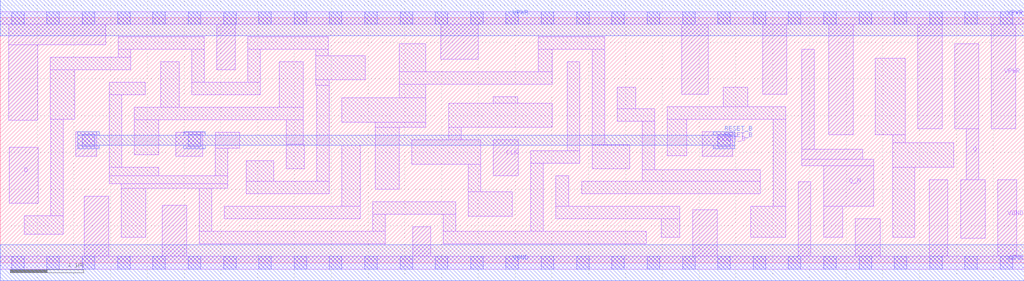
<source format=lef>
# Copyright 2020 The SkyWater PDK Authors
#
# Licensed under the Apache License, Version 2.0 (the "License");
# you may not use this file except in compliance with the License.
# You may obtain a copy of the License at
#
#     https://www.apache.org/licenses/LICENSE-2.0
#
# Unless required by applicable law or agreed to in writing, software
# distributed under the License is distributed on an "AS IS" BASIS,
# WITHOUT WARRANTIES OR CONDITIONS OF ANY KIND, either express or implied.
# See the License for the specific language governing permissions and
# limitations under the License.
#
# SPDX-License-Identifier: Apache-2.0

VERSION 5.7 ;
  NAMESCASESENSITIVE ON ;
  NOWIREEXTENSIONATPIN ON ;
  DIVIDERCHAR "/" ;
  BUSBITCHARS "[]" ;
UNITS
  DATABASE MICRONS 200 ;
END UNITS
MACRO sky130_fd_sc_ms__dfrbp_2
  CLASS CORE ;
  SOURCE USER ;
  FOREIGN sky130_fd_sc_ms__dfrbp_2 ;
  ORIGIN  0.000000  0.000000 ;
  SIZE  13.92000 BY  3.330000 ;
  SYMMETRY X Y R90 ;
  SITE unit ;
  PIN D
    ANTENNAGATEAREA  0.138600 ;
    DIRECTION INPUT ;
    USE SIGNAL ;
    PORT
      LAYER li1 ;
        RECT 0.125000 0.810000 0.515000 1.570000 ;
    END
  END D
  PIN Q
    ANTENNADIFFAREA  0.509600 ;
    DIRECTION OUTPUT ;
    USE SIGNAL ;
    PORT
      LAYER li1 ;
        RECT 12.975000 1.820000 13.305000 2.980000 ;
        RECT 13.060000 0.330000 13.390000 1.130000 ;
        RECT 13.135000 1.130000 13.305000 1.820000 ;
    END
  END Q
  PIN Q_N
    ANTENNADIFFAREA  0.509600 ;
    DIRECTION OUTPUT ;
    USE SIGNAL ;
    PORT
      LAYER li1 ;
        RECT 10.895000 1.320000 11.875000 1.410000 ;
        RECT 10.895000 1.410000 11.725000 1.540000 ;
        RECT 10.895000 1.540000 11.065000 2.900000 ;
        RECT 11.195000 0.350000 11.455000 0.770000 ;
        RECT 11.195000 0.770000 11.875000 1.320000 ;
    END
  END Q_N
  PIN RESET_B
    ANTENNAGATEAREA  0.415800 ;
    DIRECTION INPUT ;
    USE SIGNAL ;
    PORT
      LAYER li1 ;
        RECT 1.025000 1.450000 1.315000 1.780000 ;
        RECT 2.385000 1.445000 2.755000 1.775000 ;
        RECT 9.540000 1.450000 9.955000 1.780000 ;
      LAYER mcon ;
        RECT 1.115000 1.580000 1.285000 1.750000 ;
        RECT 2.555000 1.580000 2.725000 1.750000 ;
        RECT 9.755000 1.580000 9.925000 1.750000 ;
      LAYER met1 ;
        RECT 1.055000 1.550000 1.345000 1.595000 ;
        RECT 1.055000 1.595000 9.985000 1.735000 ;
        RECT 1.055000 1.735000 1.345000 1.780000 ;
        RECT 2.495000 1.550000 2.785000 1.595000 ;
        RECT 2.495000 1.735000 2.785000 1.780000 ;
        RECT 9.695000 1.550000 9.985000 1.595000 ;
        RECT 9.695000 1.735000 9.985000 1.780000 ;
    END
  END RESET_B
  PIN CLK
    ANTENNAGATEAREA  0.312600 ;
    DIRECTION INPUT ;
    USE CLOCK ;
    PORT
      LAYER li1 ;
        RECT 6.705000 1.180000 7.045000 1.670000 ;
    END
  END CLK
  PIN VGND
    DIRECTION INOUT ;
    USE GROUND ;
    PORT
      LAYER li1 ;
        RECT  0.000000 -0.085000 13.920000 0.085000 ;
        RECT  1.145000  0.085000  1.475000 0.905000 ;
        RECT  2.205000  0.085000  2.535000 0.780000 ;
        RECT  5.605000  0.085000  5.855000 0.490000 ;
        RECT  9.415000  0.085000  9.745000 0.720000 ;
        RECT 10.845000  0.085000 11.015000 1.100000 ;
        RECT 11.625000  0.085000 11.965000 0.600000 ;
        RECT 12.630000  0.085000 12.880000 1.130000 ;
        RECT 13.560000  0.085000 13.820000 1.130000 ;
      LAYER mcon ;
        RECT  0.155000 -0.085000  0.325000 0.085000 ;
        RECT  0.635000 -0.085000  0.805000 0.085000 ;
        RECT  1.115000 -0.085000  1.285000 0.085000 ;
        RECT  1.595000 -0.085000  1.765000 0.085000 ;
        RECT  2.075000 -0.085000  2.245000 0.085000 ;
        RECT  2.555000 -0.085000  2.725000 0.085000 ;
        RECT  3.035000 -0.085000  3.205000 0.085000 ;
        RECT  3.515000 -0.085000  3.685000 0.085000 ;
        RECT  3.995000 -0.085000  4.165000 0.085000 ;
        RECT  4.475000 -0.085000  4.645000 0.085000 ;
        RECT  4.955000 -0.085000  5.125000 0.085000 ;
        RECT  5.435000 -0.085000  5.605000 0.085000 ;
        RECT  5.915000 -0.085000  6.085000 0.085000 ;
        RECT  6.395000 -0.085000  6.565000 0.085000 ;
        RECT  6.875000 -0.085000  7.045000 0.085000 ;
        RECT  7.355000 -0.085000  7.525000 0.085000 ;
        RECT  7.835000 -0.085000  8.005000 0.085000 ;
        RECT  8.315000 -0.085000  8.485000 0.085000 ;
        RECT  8.795000 -0.085000  8.965000 0.085000 ;
        RECT  9.275000 -0.085000  9.445000 0.085000 ;
        RECT  9.755000 -0.085000  9.925000 0.085000 ;
        RECT 10.235000 -0.085000 10.405000 0.085000 ;
        RECT 10.715000 -0.085000 10.885000 0.085000 ;
        RECT 11.195000 -0.085000 11.365000 0.085000 ;
        RECT 11.675000 -0.085000 11.845000 0.085000 ;
        RECT 12.155000 -0.085000 12.325000 0.085000 ;
        RECT 12.635000 -0.085000 12.805000 0.085000 ;
        RECT 13.115000 -0.085000 13.285000 0.085000 ;
        RECT 13.595000 -0.085000 13.765000 0.085000 ;
      LAYER met1 ;
        RECT 0.000000 -0.245000 13.920000 0.245000 ;
    END
  END VGND
  PIN VPWR
    DIRECTION INOUT ;
    USE POWER ;
    PORT
      LAYER li1 ;
        RECT  0.000000 3.245000 13.920000 3.415000 ;
        RECT  0.115000 1.940000  0.510000 2.965000 ;
        RECT  0.115000 2.965000  1.435000 3.245000 ;
        RECT  2.945000 2.625000  3.195000 3.245000 ;
        RECT  5.990000 2.765000  6.500000 3.245000 ;
        RECT  9.265000 2.290000  9.625000 3.245000 ;
        RECT 10.365000 2.290000 10.695000 3.245000 ;
        RECT 11.265000 1.740000 11.595000 3.245000 ;
        RECT 12.475000 1.820000 12.805000 3.245000 ;
        RECT 13.475000 1.820000 13.805000 3.245000 ;
      LAYER mcon ;
        RECT  0.155000 3.245000  0.325000 3.415000 ;
        RECT  0.635000 3.245000  0.805000 3.415000 ;
        RECT  1.115000 3.245000  1.285000 3.415000 ;
        RECT  1.595000 3.245000  1.765000 3.415000 ;
        RECT  2.075000 3.245000  2.245000 3.415000 ;
        RECT  2.555000 3.245000  2.725000 3.415000 ;
        RECT  3.035000 3.245000  3.205000 3.415000 ;
        RECT  3.515000 3.245000  3.685000 3.415000 ;
        RECT  3.995000 3.245000  4.165000 3.415000 ;
        RECT  4.475000 3.245000  4.645000 3.415000 ;
        RECT  4.955000 3.245000  5.125000 3.415000 ;
        RECT  5.435000 3.245000  5.605000 3.415000 ;
        RECT  5.915000 3.245000  6.085000 3.415000 ;
        RECT  6.395000 3.245000  6.565000 3.415000 ;
        RECT  6.875000 3.245000  7.045000 3.415000 ;
        RECT  7.355000 3.245000  7.525000 3.415000 ;
        RECT  7.835000 3.245000  8.005000 3.415000 ;
        RECT  8.315000 3.245000  8.485000 3.415000 ;
        RECT  8.795000 3.245000  8.965000 3.415000 ;
        RECT  9.275000 3.245000  9.445000 3.415000 ;
        RECT  9.755000 3.245000  9.925000 3.415000 ;
        RECT 10.235000 3.245000 10.405000 3.415000 ;
        RECT 10.715000 3.245000 10.885000 3.415000 ;
        RECT 11.195000 3.245000 11.365000 3.415000 ;
        RECT 11.675000 3.245000 11.845000 3.415000 ;
        RECT 12.155000 3.245000 12.325000 3.415000 ;
        RECT 12.635000 3.245000 12.805000 3.415000 ;
        RECT 13.115000 3.245000 13.285000 3.415000 ;
        RECT 13.595000 3.245000 13.765000 3.415000 ;
      LAYER met1 ;
        RECT 0.000000 3.085000 13.920000 3.575000 ;
    END
  END VPWR
  OBS
    LAYER li1 ;
      RECT  0.325000 0.390000  0.855000 0.640000 ;
      RECT  0.680000 1.950000  1.010000 2.625000 ;
      RECT  0.680000 2.625000  1.775000 2.795000 ;
      RECT  0.685000 0.640000  0.855000 1.950000 ;
      RECT  1.485000 1.075000  3.095000 1.185000 ;
      RECT  1.485000 1.185000  2.155000 1.300000 ;
      RECT  1.485000 1.300000  1.655000 2.285000 ;
      RECT  1.485000 2.285000  1.970000 2.455000 ;
      RECT  1.605000 2.795000  1.775000 2.905000 ;
      RECT  1.605000 2.905000  2.775000 3.075000 ;
      RECT  1.645000 0.350000  1.975000 1.015000 ;
      RECT  1.645000 1.015000  3.095000 1.075000 ;
      RECT  1.825000 1.470000  2.155000 1.945000 ;
      RECT  1.825000 1.945000  4.120000 2.115000 ;
      RECT  2.185000 2.115000  2.435000 2.735000 ;
      RECT  2.605000 2.285000  3.535000 2.455000 ;
      RECT  2.605000 2.455000  2.775000 2.905000 ;
      RECT  2.705000 0.255000  5.235000 0.425000 ;
      RECT  2.705000 0.425000  2.875000 1.015000 ;
      RECT  2.925000 1.185000  3.095000 1.555000 ;
      RECT  2.925000 1.555000  3.255000 1.775000 ;
      RECT  3.045000 0.595000  4.895000 0.765000 ;
      RECT  3.345000 0.935000  4.475000 1.105000 ;
      RECT  3.345000 1.105000  3.715000 1.385000 ;
      RECT  3.365000 2.455000  3.535000 2.905000 ;
      RECT  3.365000 2.905000  4.460000 3.075000 ;
      RECT  3.790000 2.115000  4.120000 2.735000 ;
      RECT  3.885000 1.275000  4.135000 1.610000 ;
      RECT  3.885000 1.610000  4.120000 1.945000 ;
      RECT  4.290000 2.410000  4.475000 2.485000 ;
      RECT  4.290000 2.485000  4.960000 2.815000 ;
      RECT  4.290000 2.815000  4.460000 2.905000 ;
      RECT  4.305000 1.105000  4.475000 2.410000 ;
      RECT  4.645000 0.765000  4.895000 1.600000 ;
      RECT  4.645000 1.910000  5.785000 2.240000 ;
      RECT  5.065000 0.425000  5.235000 0.660000 ;
      RECT  5.065000 0.660000  6.195000 0.830000 ;
      RECT  5.095000 1.000000  5.425000 1.840000 ;
      RECT  5.095000 1.840000  5.785000 1.910000 ;
      RECT  5.425000 2.240000  5.785000 2.425000 ;
      RECT  5.425000 2.425000  7.505000 2.595000 ;
      RECT  5.425000 2.595000  5.785000 2.980000 ;
      RECT  5.595000 1.340000  6.535000 1.670000 ;
      RECT  6.025000 0.255000  8.780000 0.425000 ;
      RECT  6.025000 0.425000  6.195000 0.660000 ;
      RECT  6.095000 1.670000  6.265000 1.840000 ;
      RECT  6.095000 1.840000  7.505000 2.170000 ;
      RECT  6.365000 0.635000  6.960000 0.965000 ;
      RECT  6.365000 0.965000  6.535000 1.340000 ;
      RECT  6.705000 2.170000  7.035000 2.255000 ;
      RECT  7.215000 0.425000  7.385000 1.355000 ;
      RECT  7.215000 1.355000  7.880000 1.525000 ;
      RECT  7.315000 2.595000  7.505000 2.905000 ;
      RECT  7.315000 2.905000  8.220000 3.075000 ;
      RECT  7.555000 0.595000  9.235000 0.765000 ;
      RECT  7.555000 0.765000  7.725000 1.185000 ;
      RECT  7.710000 1.525000  7.880000 2.735000 ;
      RECT  7.905000 0.935000 10.335000 1.105000 ;
      RECT  8.050000 1.275000  8.555000 1.605000 ;
      RECT  8.050000 1.605000  8.220000 2.905000 ;
      RECT  8.390000 1.925000  8.895000 2.095000 ;
      RECT  8.390000 2.095000  8.640000 2.385000 ;
      RECT  8.725000 1.105000 10.335000 1.265000 ;
      RECT  8.725000 1.265000  8.895000 1.925000 ;
      RECT  8.985000 0.350000  9.235000 0.595000 ;
      RECT  9.065000 1.455000  9.330000 1.950000 ;
      RECT  9.065000 1.950000 10.675000 2.120000 ;
      RECT  9.830000 2.120000 10.160000 2.385000 ;
      RECT 10.205000 0.350000 10.675000 0.765000 ;
      RECT 10.505000 0.765000 10.675000 1.950000 ;
      RECT 11.895000 1.740000 12.305000 2.780000 ;
      RECT 12.135000 0.350000 12.430000 1.300000 ;
      RECT 12.135000 1.300000 12.965000 1.630000 ;
      RECT 12.135000 1.630000 12.305000 1.740000 ;
  END
END sky130_fd_sc_ms__dfrbp_2

</source>
